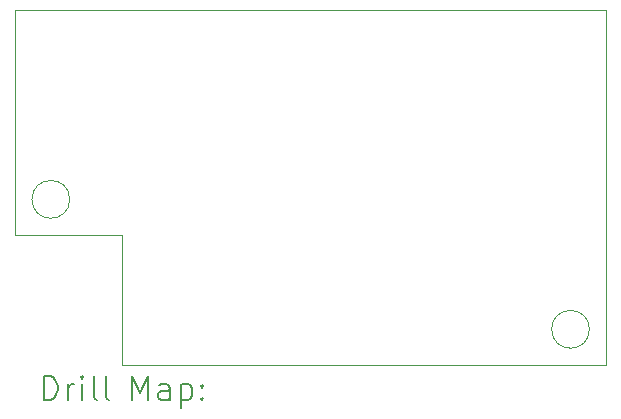
<source format=gbr>
%TF.GenerationSoftware,KiCad,Pcbnew,(7.0.0)*%
%TF.CreationDate,2023-03-01T10:12:41+08:00*%
%TF.ProjectId,DAP_Link_V0_1,4441505f-4c69-46e6-9b5f-56305f312e6b,rev?*%
%TF.SameCoordinates,Original*%
%TF.FileFunction,Drillmap*%
%TF.FilePolarity,Positive*%
%FSLAX45Y45*%
G04 Gerber Fmt 4.5, Leading zero omitted, Abs format (unit mm)*
G04 Created by KiCad (PCBNEW (7.0.0)) date 2023-03-01 10:12:41*
%MOMM*%
%LPD*%
G01*
G04 APERTURE LIST*
%ADD10C,0.100000*%
%ADD11C,0.200000*%
G04 APERTURE END LIST*
D10*
X13060000Y-8100000D02*
G75*
G03*
X13060000Y-8100000I-160000J0D01*
G01*
X8660000Y-7000000D02*
G75*
G03*
X8660000Y-7000000I-160000J0D01*
G01*
X13200000Y-8400000D02*
X13200000Y-5400000D01*
X9100000Y-7300000D02*
X8200000Y-7300000D01*
X9100000Y-8400000D02*
X13200000Y-8400000D01*
X8200000Y-5400000D02*
X8200000Y-7300000D01*
X9100000Y-8400000D02*
X9100000Y-7300000D01*
X13200000Y-5400000D02*
X8200000Y-5400000D01*
D11*
X8442619Y-8698476D02*
X8442619Y-8498476D01*
X8442619Y-8498476D02*
X8490238Y-8498476D01*
X8490238Y-8498476D02*
X8518810Y-8508000D01*
X8518810Y-8508000D02*
X8537857Y-8527048D01*
X8537857Y-8527048D02*
X8547381Y-8546095D01*
X8547381Y-8546095D02*
X8556905Y-8584190D01*
X8556905Y-8584190D02*
X8556905Y-8612762D01*
X8556905Y-8612762D02*
X8547381Y-8650857D01*
X8547381Y-8650857D02*
X8537857Y-8669905D01*
X8537857Y-8669905D02*
X8518810Y-8688952D01*
X8518810Y-8688952D02*
X8490238Y-8698476D01*
X8490238Y-8698476D02*
X8442619Y-8698476D01*
X8642619Y-8698476D02*
X8642619Y-8565143D01*
X8642619Y-8603238D02*
X8652143Y-8584190D01*
X8652143Y-8584190D02*
X8661667Y-8574667D01*
X8661667Y-8574667D02*
X8680714Y-8565143D01*
X8680714Y-8565143D02*
X8699762Y-8565143D01*
X8766429Y-8698476D02*
X8766429Y-8565143D01*
X8766429Y-8498476D02*
X8756905Y-8508000D01*
X8756905Y-8508000D02*
X8766429Y-8517524D01*
X8766429Y-8517524D02*
X8775952Y-8508000D01*
X8775952Y-8508000D02*
X8766429Y-8498476D01*
X8766429Y-8498476D02*
X8766429Y-8517524D01*
X8890238Y-8698476D02*
X8871190Y-8688952D01*
X8871190Y-8688952D02*
X8861667Y-8669905D01*
X8861667Y-8669905D02*
X8861667Y-8498476D01*
X8995000Y-8698476D02*
X8975952Y-8688952D01*
X8975952Y-8688952D02*
X8966429Y-8669905D01*
X8966429Y-8669905D02*
X8966429Y-8498476D01*
X9191190Y-8698476D02*
X9191190Y-8498476D01*
X9191190Y-8498476D02*
X9257857Y-8641333D01*
X9257857Y-8641333D02*
X9324524Y-8498476D01*
X9324524Y-8498476D02*
X9324524Y-8698476D01*
X9505476Y-8698476D02*
X9505476Y-8593714D01*
X9505476Y-8593714D02*
X9495952Y-8574667D01*
X9495952Y-8574667D02*
X9476905Y-8565143D01*
X9476905Y-8565143D02*
X9438809Y-8565143D01*
X9438809Y-8565143D02*
X9419762Y-8574667D01*
X9505476Y-8688952D02*
X9486429Y-8698476D01*
X9486429Y-8698476D02*
X9438809Y-8698476D01*
X9438809Y-8698476D02*
X9419762Y-8688952D01*
X9419762Y-8688952D02*
X9410238Y-8669905D01*
X9410238Y-8669905D02*
X9410238Y-8650857D01*
X9410238Y-8650857D02*
X9419762Y-8631810D01*
X9419762Y-8631810D02*
X9438809Y-8622286D01*
X9438809Y-8622286D02*
X9486429Y-8622286D01*
X9486429Y-8622286D02*
X9505476Y-8612762D01*
X9600714Y-8565143D02*
X9600714Y-8765143D01*
X9600714Y-8574667D02*
X9619762Y-8565143D01*
X9619762Y-8565143D02*
X9657857Y-8565143D01*
X9657857Y-8565143D02*
X9676905Y-8574667D01*
X9676905Y-8574667D02*
X9686429Y-8584190D01*
X9686429Y-8584190D02*
X9695952Y-8603238D01*
X9695952Y-8603238D02*
X9695952Y-8660381D01*
X9695952Y-8660381D02*
X9686429Y-8679429D01*
X9686429Y-8679429D02*
X9676905Y-8688952D01*
X9676905Y-8688952D02*
X9657857Y-8698476D01*
X9657857Y-8698476D02*
X9619762Y-8698476D01*
X9619762Y-8698476D02*
X9600714Y-8688952D01*
X9781667Y-8679429D02*
X9791190Y-8688952D01*
X9791190Y-8688952D02*
X9781667Y-8698476D01*
X9781667Y-8698476D02*
X9772143Y-8688952D01*
X9772143Y-8688952D02*
X9781667Y-8679429D01*
X9781667Y-8679429D02*
X9781667Y-8698476D01*
X9781667Y-8574667D02*
X9791190Y-8584190D01*
X9791190Y-8584190D02*
X9781667Y-8593714D01*
X9781667Y-8593714D02*
X9772143Y-8584190D01*
X9772143Y-8584190D02*
X9781667Y-8574667D01*
X9781667Y-8574667D02*
X9781667Y-8593714D01*
M02*

</source>
